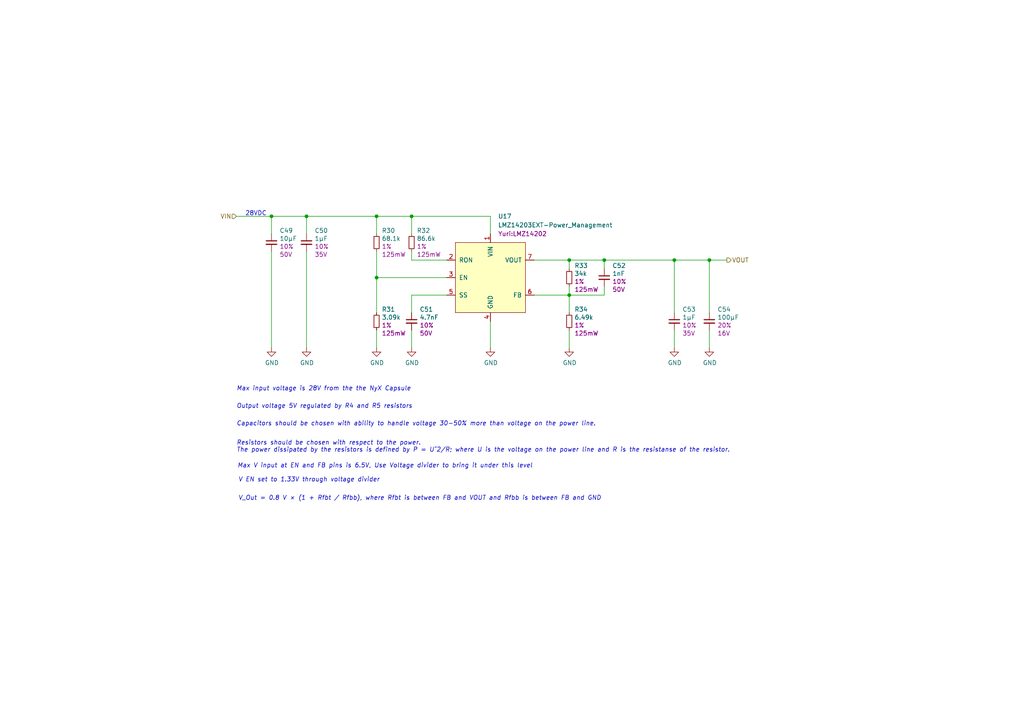
<source format=kicad_sch>
(kicad_sch (version 20230121) (generator eeschema)

  (uuid 03967a6c-caf4-4ca8-8e34-f0264a8ab70e)

  (paper "A4")

  (lib_symbols
    (symbol "Device:C_Small" (pin_numbers hide) (pin_names (offset 0.254) hide) (in_bom yes) (on_board yes)
      (property "Reference" "C" (at 0.254 1.778 0)
        (effects (font (size 1.27 1.27)) (justify left))
      )
      (property "Value" "C_Small" (at 0.254 -2.032 0)
        (effects (font (size 1.27 1.27)) (justify left))
      )
      (property "Footprint" "" (at 0 0 0)
        (effects (font (size 1.27 1.27)) hide)
      )
      (property "Datasheet" "~" (at 0 0 0)
        (effects (font (size 1.27 1.27)) hide)
      )
      (property "ki_keywords" "capacitor cap" (at 0 0 0)
        (effects (font (size 1.27 1.27)) hide)
      )
      (property "ki_description" "Unpolarized capacitor, small symbol" (at 0 0 0)
        (effects (font (size 1.27 1.27)) hide)
      )
      (property "ki_fp_filters" "C_*" (at 0 0 0)
        (effects (font (size 1.27 1.27)) hide)
      )
      (symbol "C_Small_0_1"
        (polyline
          (pts
            (xy -1.524 -0.508)
            (xy 1.524 -0.508)
          )
          (stroke (width 0.3302) (type default))
          (fill (type none))
        )
        (polyline
          (pts
            (xy -1.524 0.508)
            (xy 1.524 0.508)
          )
          (stroke (width 0.3048) (type default))
          (fill (type none))
        )
      )
      (symbol "C_Small_1_1"
        (pin passive line (at 0 2.54 270) (length 2.032)
          (name "~" (effects (font (size 1.27 1.27))))
          (number "1" (effects (font (size 1.27 1.27))))
        )
        (pin passive line (at 0 -2.54 90) (length 2.032)
          (name "~" (effects (font (size 1.27 1.27))))
          (number "2" (effects (font (size 1.27 1.27))))
        )
      )
    )
    (symbol "Device:R_Small" (pin_numbers hide) (pin_names (offset 0.254) hide) (in_bom yes) (on_board yes)
      (property "Reference" "R" (at 0.762 0.508 0)
        (effects (font (size 1.27 1.27)) (justify left))
      )
      (property "Value" "R_Small" (at 0.762 -1.016 0)
        (effects (font (size 1.27 1.27)) (justify left))
      )
      (property "Footprint" "" (at 0 0 0)
        (effects (font (size 1.27 1.27)) hide)
      )
      (property "Datasheet" "~" (at 0 0 0)
        (effects (font (size 1.27 1.27)) hide)
      )
      (property "ki_keywords" "R resistor" (at 0 0 0)
        (effects (font (size 1.27 1.27)) hide)
      )
      (property "ki_description" "Resistor, small symbol" (at 0 0 0)
        (effects (font (size 1.27 1.27)) hide)
      )
      (property "ki_fp_filters" "R_*" (at 0 0 0)
        (effects (font (size 1.27 1.27)) hide)
      )
      (symbol "R_Small_0_1"
        (rectangle (start -0.762 1.778) (end 0.762 -1.778)
          (stroke (width 0.2032) (type default))
          (fill (type none))
        )
      )
      (symbol "R_Small_1_1"
        (pin passive line (at 0 2.54 270) (length 0.762)
          (name "~" (effects (font (size 1.27 1.27))))
          (number "1" (effects (font (size 1.27 1.27))))
        )
        (pin passive line (at 0 -2.54 90) (length 0.762)
          (name "~" (effects (font (size 1.27 1.27))))
          (number "2" (effects (font (size 1.27 1.27))))
        )
      )
    )
    (symbol "Yuri:LMZ14203EXT-Power_Management" (pin_names (offset 1.016)) (in_bom yes) (on_board yes)
      (property "Reference" "U" (at 2.54 -12.7 0)
        (effects (font (size 1.27 1.27)) (justify left))
      )
      (property "Value" "LMZ14203EXT-Power_Management" (at 2.54 -15.24 0)
        (effects (font (size 1.27 1.27)) (justify left))
      )
      (property "Footprint" "Package_TO_SOT_SMD:Texas_TO-PMOD-7-1EP_10.16x9.85mm_P1.27mm_EP5.35x8.54mm_ThermalVias" (at 2.54 -17.78 0)
        (effects (font (size 1.27 1.27)) (justify left))
      )
      (property "Datasheet" "" (at -1.27 -13.97 0)
        (effects (font (size 1.27 1.27)) hide)
      )
      (symbol "LMZ14203EXT-Power_Management_0_1"
        (rectangle (start -10.16 10.16) (end 10.16 -10.16)
          (stroke (width 0) (type solid))
          (fill (type background))
        )
      )
      (symbol "LMZ14203EXT-Power_Management_1_1"
        (pin power_in line (at 0 12.7 270) (length 2.54)
          (name "VIN" (effects (font (size 1.27 1.27))))
          (number "1" (effects (font (size 1.27 1.27))))
        )
        (pin passive line (at -12.7 5.08 0) (length 2.54)
          (name "RON" (effects (font (size 1.27 1.27))))
          (number "2" (effects (font (size 1.27 1.27))))
        )
        (pin input line (at -12.7 0 0) (length 2.54)
          (name "EN" (effects (font (size 1.27 1.27))))
          (number "3" (effects (font (size 1.27 1.27))))
        )
        (pin power_out line (at 0 -12.7 90) (length 2.54)
          (name "GND" (effects (font (size 1.27 1.27))))
          (number "4" (effects (font (size 1.27 1.27))))
        )
        (pin passive line (at -12.7 -5.08 0) (length 2.54)
          (name "SS" (effects (font (size 1.27 1.27))))
          (number "5" (effects (font (size 1.27 1.27))))
        )
        (pin passive line (at 12.7 -5.08 180) (length 2.54)
          (name "FB" (effects (font (size 1.27 1.27))))
          (number "6" (effects (font (size 1.27 1.27))))
        )
        (pin power_out line (at 12.7 5.08 180) (length 2.54)
          (name "VOUT" (effects (font (size 1.27 1.27))))
          (number "7" (effects (font (size 1.27 1.27))))
        )
        (pin power_out line (at 0 -12.7 90) (length 2.54) hide
          (name "EP" (effects (font (size 1.27 1.27))))
          (number "8" (effects (font (size 1.27 1.27))))
        )
      )
    )
    (symbol "power:GND" (power) (pin_names (offset 0)) (in_bom yes) (on_board yes)
      (property "Reference" "#PWR" (at 0 -6.35 0)
        (effects (font (size 1.27 1.27)) hide)
      )
      (property "Value" "GND" (at 0 -3.81 0)
        (effects (font (size 1.27 1.27)))
      )
      (property "Footprint" "" (at 0 0 0)
        (effects (font (size 1.27 1.27)) hide)
      )
      (property "Datasheet" "" (at 0 0 0)
        (effects (font (size 1.27 1.27)) hide)
      )
      (property "ki_keywords" "global power" (at 0 0 0)
        (effects (font (size 1.27 1.27)) hide)
      )
      (property "ki_description" "Power symbol creates a global label with name \"GND\" , ground" (at 0 0 0)
        (effects (font (size 1.27 1.27)) hide)
      )
      (symbol "GND_0_1"
        (polyline
          (pts
            (xy 0 0)
            (xy 0 -1.27)
            (xy 1.27 -1.27)
            (xy 0 -2.54)
            (xy -1.27 -1.27)
            (xy 0 -1.27)
          )
          (stroke (width 0) (type default))
          (fill (type none))
        )
      )
      (symbol "GND_1_1"
        (pin power_in line (at 0 0 270) (length 0) hide
          (name "GND" (effects (font (size 1.27 1.27))))
          (number "1" (effects (font (size 1.27 1.27))))
        )
      )
    )
  )

  (junction (at 195.58 75.438) (diameter 0) (color 0 0 0 0)
    (uuid 04fbab9b-cbba-4f72-abfe-e05f884f5304)
  )
  (junction (at 205.74 75.438) (diameter 0) (color 0 0 0 0)
    (uuid 412880f4-607c-429a-aa7f-6b3a85a1618f)
  )
  (junction (at 119.38 62.738) (diameter 0) (color 0 0 0 0)
    (uuid 7dfb73f9-f60f-4bdf-8dff-12c8dfc86569)
  )
  (junction (at 109.22 62.738) (diameter 0) (color 0 0 0 0)
    (uuid 82d08f0f-c683-4d82-8795-d729d70d84ff)
  )
  (junction (at 78.74 62.738) (diameter 0) (color 0 0 0 0)
    (uuid 8351904d-a284-4b29-8f53-cb6ba03367f0)
  )
  (junction (at 109.22 80.518) (diameter 0) (color 0 0 0 0)
    (uuid 846c98d3-8c83-43f1-b077-a2c9d629174e)
  )
  (junction (at 165.1 85.598) (diameter 0) (color 0 0 0 0)
    (uuid 86f24eb6-0831-451d-ae33-5bfb9b2544cd)
  )
  (junction (at 175.26 75.438) (diameter 0) (color 0 0 0 0)
    (uuid 9013a7f6-22ef-4f8a-82ac-a2c986f60bd0)
  )
  (junction (at 165.1 75.438) (diameter 0) (color 0 0 0 0)
    (uuid af526116-39f2-46b5-8e5d-59dad46192b8)
  )
  (junction (at 88.9 62.738) (diameter 0) (color 0 0 0 0)
    (uuid e09ac18b-42ec-4989-b816-23e5275d5645)
  )

  (wire (pts (xy 195.58 100.838) (xy 195.58 95.758))
    (stroke (width 0) (type default))
    (uuid 0076cb73-2e3e-4cad-a306-54078ece203b)
  )
  (wire (pts (xy 88.9 67.818) (xy 88.9 62.738))
    (stroke (width 0) (type default))
    (uuid 125ab407-65ec-4f2d-a2cc-d720d2aa2db6)
  )
  (wire (pts (xy 129.54 80.518) (xy 109.22 80.518))
    (stroke (width 0) (type default))
    (uuid 1904bf2d-5813-48e9-a6fa-bee61a55db19)
  )
  (wire (pts (xy 165.1 83.058) (xy 165.1 85.598))
    (stroke (width 0) (type default))
    (uuid 299bccf0-e30e-45ca-8429-603238b139c2)
  )
  (wire (pts (xy 142.24 93.218) (xy 142.24 100.838))
    (stroke (width 0) (type default))
    (uuid 299d2a6a-c24e-484d-8ae3-7675b83c1abd)
  )
  (wire (pts (xy 78.74 62.738) (xy 88.9 62.738))
    (stroke (width 0) (type default))
    (uuid 2ea58d34-5fdf-4436-948c-0102ff8deb77)
  )
  (wire (pts (xy 109.22 80.518) (xy 109.22 72.898))
    (stroke (width 0) (type default))
    (uuid 34b9aeae-c08b-4d16-94d8-8186151aa687)
  )
  (wire (pts (xy 109.22 95.758) (xy 109.22 100.838))
    (stroke (width 0) (type default))
    (uuid 351837ba-3021-4cd8-a54f-689054cd7d3e)
  )
  (wire (pts (xy 175.26 75.438) (xy 195.58 75.438))
    (stroke (width 0) (type default))
    (uuid 42a5d127-1be8-40d3-bcc1-2ffdcd7c0504)
  )
  (wire (pts (xy 68.58 62.738) (xy 78.74 62.738))
    (stroke (width 0) (type default))
    (uuid 49183a5f-bac2-4a43-8a0f-21c0f6bcc305)
  )
  (wire (pts (xy 165.1 77.978) (xy 165.1 75.438))
    (stroke (width 0) (type default))
    (uuid 55d1bf4f-891b-4840-a0c2-6f0c7b8ee604)
  )
  (wire (pts (xy 119.38 67.818) (xy 119.38 62.738))
    (stroke (width 0) (type default))
    (uuid 55d320a6-f147-477f-b208-ca3ae5f8b7e0)
  )
  (wire (pts (xy 165.1 85.598) (xy 165.1 90.678))
    (stroke (width 0) (type default))
    (uuid 58bd1e70-ba76-4614-bea8-b4ef85f774ae)
  )
  (wire (pts (xy 78.74 67.818) (xy 78.74 62.738))
    (stroke (width 0) (type default))
    (uuid 59313b57-5bbf-4ebb-a364-b5618c9c0093)
  )
  (wire (pts (xy 119.38 62.738) (xy 142.24 62.738))
    (stroke (width 0) (type default))
    (uuid 631e1d27-eab1-4cf0-b39f-8ea1b6e8999a)
  )
  (wire (pts (xy 154.94 75.438) (xy 165.1 75.438))
    (stroke (width 0) (type default))
    (uuid 7b5be5a9-24ef-43b9-b7f9-892a5a6a3c2e)
  )
  (wire (pts (xy 205.74 100.838) (xy 205.74 95.758))
    (stroke (width 0) (type default))
    (uuid 802261d0-7389-4039-b6a8-7954cf0773b3)
  )
  (wire (pts (xy 119.38 75.438) (xy 129.54 75.438))
    (stroke (width 0) (type default))
    (uuid 83ffc42e-ebb0-484d-885a-b55c05fd2027)
  )
  (wire (pts (xy 195.58 90.678) (xy 195.58 75.438))
    (stroke (width 0) (type default))
    (uuid 8a58dd42-71d5-4255-b6f4-83c66ee003e3)
  )
  (wire (pts (xy 175.26 85.598) (xy 165.1 85.598))
    (stroke (width 0) (type default))
    (uuid 93ad2e0f-cf23-4842-bd40-5b891c8d40cc)
  )
  (wire (pts (xy 78.74 72.898) (xy 78.74 100.838))
    (stroke (width 0) (type default))
    (uuid 9cc5e0ac-448f-45be-b9fc-9356a10d8d44)
  )
  (wire (pts (xy 109.22 62.738) (xy 119.38 62.738))
    (stroke (width 0) (type default))
    (uuid a54321c8-892c-4d06-b7fe-492794867762)
  )
  (wire (pts (xy 165.1 75.438) (xy 175.26 75.438))
    (stroke (width 0) (type default))
    (uuid ac6c0918-8caf-47e9-8331-a476a5e13d12)
  )
  (wire (pts (xy 165.1 100.838) (xy 165.1 95.758))
    (stroke (width 0) (type default))
    (uuid ad92d434-5fe1-4bb6-b901-6441ed1932a9)
  )
  (wire (pts (xy 109.22 67.818) (xy 109.22 62.738))
    (stroke (width 0) (type default))
    (uuid b2c9320e-851f-4247-b694-a8a958839bf9)
  )
  (wire (pts (xy 210.82 75.438) (xy 205.74 75.438))
    (stroke (width 0) (type default))
    (uuid bc790f0c-7545-4b06-9011-653f53277f74)
  )
  (wire (pts (xy 88.9 72.898) (xy 88.9 100.838))
    (stroke (width 0) (type default))
    (uuid c72ca59e-0526-4450-82a0-9461a8c2ebeb)
  )
  (wire (pts (xy 142.24 62.738) (xy 142.24 67.818))
    (stroke (width 0) (type default))
    (uuid cfcf26b7-de68-4382-bb49-cf9527fe3a28)
  )
  (wire (pts (xy 195.58 75.438) (xy 205.74 75.438))
    (stroke (width 0) (type default))
    (uuid dbf0bae4-ab23-41f7-9bf4-6bfe9a76e1b5)
  )
  (wire (pts (xy 119.38 75.438) (xy 119.38 72.898))
    (stroke (width 0) (type default))
    (uuid de61e3e9-0dee-42e3-96c5-ea7be944c119)
  )
  (wire (pts (xy 88.9 62.738) (xy 109.22 62.738))
    (stroke (width 0) (type default))
    (uuid dfe0e90e-87bb-49b0-b135-b963261c1bda)
  )
  (wire (pts (xy 175.26 77.978) (xy 175.26 75.438))
    (stroke (width 0) (type default))
    (uuid e0cd413d-9acf-42c5-ae21-960faa0f65ad)
  )
  (wire (pts (xy 109.22 80.518) (xy 109.22 90.678))
    (stroke (width 0) (type default))
    (uuid e3846dca-9edd-4880-9c7e-fd104e869af9)
  )
  (wire (pts (xy 119.38 90.678) (xy 119.38 85.598))
    (stroke (width 0) (type default))
    (uuid e43c0f44-cdd9-41b2-82a0-647cc4700fb8)
  )
  (wire (pts (xy 165.1 85.598) (xy 154.94 85.598))
    (stroke (width 0) (type default))
    (uuid e532d4a9-5927-4149-9dbb-f2dc9ac4a75f)
  )
  (wire (pts (xy 175.26 83.058) (xy 175.26 85.598))
    (stroke (width 0) (type default))
    (uuid ec94ba87-7e98-4c82-b773-10771a82d93b)
  )
  (wire (pts (xy 119.38 100.838) (xy 119.38 95.758))
    (stroke (width 0) (type default))
    (uuid ed81907c-42c0-44fc-a32d-fb218da099a7)
  )
  (wire (pts (xy 205.74 90.678) (xy 205.74 75.438))
    (stroke (width 0) (type default))
    (uuid efe4980b-f8bc-4bef-adef-48909b2d5599)
  )
  (wire (pts (xy 119.38 85.598) (xy 129.54 85.598))
    (stroke (width 0) (type default))
    (uuid f7aad212-9787-4774-8db3-d4cb009e4efc)
  )

  (text "Resistors should be chosen with respect to the power. \nThe power dissipated by the resistors is defined by P = U^2/R; where U is the voltage on the power line and R is the resistanse of the resistor."
    (at 68.58 131.318 0)
    (effects (font (size 1.27 1.27) italic) (justify left bottom))
    (uuid 1a940af2-ac91-4862-8c4b-360487d16da0)
  )
  (text "28VDC" (at 71.12 62.738 0)
    (effects (font (size 1.27 1.27)) (justify left bottom))
    (uuid 51252fb0-892d-4309-b791-e5f3a791dbfd)
  )
  (text "Max input voltage is 28V from the the NyX Capsule" (at 68.58 113.538 0)
    (effects (font (size 1.27 1.27) italic) (justify left bottom))
    (uuid 5f0bf33e-e1fd-4ebd-95c5-9961233ae453)
  )
  (text "Capacitors should be chosen with ability to handle voltage 30-50% more than voltage on the power line.  "
    (at 68.58 123.698 0)
    (effects (font (size 1.27 1.27) italic) (justify left bottom))
    (uuid 73efc486-2f21-4cb4-901f-4c65ad604114)
  )
  (text "Max V input at EN and FB pins is 6.5V, Use Voltage divider to bring it under this level"
    (at 68.834 135.89 0)
    (effects (font (size 1.27 1.27) italic) (justify left bottom))
    (uuid 802361b5-b0b1-43c9-9c98-d0cd3de03daa)
  )
  (text "V_Out = 0.8 V × (1 + Rfbt / Rfbb), where Rfbt is between FB and VOUT and Rfbb is between FB and GND"
    (at 69.088 145.288 0)
    (effects (font (size 1.27 1.27) italic) (justify left bottom))
    (uuid 89ccf254-f071-4c0b-8051-975ba32aa2bb)
  )
  (text "V EN set to 1.33V through voltage divider" (at 69.088 139.954 0)
    (effects (font (size 1.27 1.27) italic) (justify left bottom))
    (uuid bb50c94e-53ae-4b10-a6cd-b8950af9cd67)
  )
  (text "Output voltage 5V regulated by R4 and R5 resistors "
    (at 68.58 118.618 0)
    (effects (font (size 1.27 1.27) italic) (justify left bottom))
    (uuid c50954d7-4346-4f26-980b-3d44ce5a14fb)
  )

  (hierarchical_label "VOUT" (shape output) (at 210.82 75.438 0) (fields_autoplaced)
    (effects (font (size 1.27 1.27)) (justify left))
    (uuid 165e9d1d-5ffe-47e0-b5a0-1fa756684fbc)
  )
  (hierarchical_label "VIN" (shape input) (at 68.58 62.738 180) (fields_autoplaced)
    (effects (font (size 1.27 1.27)) (justify right))
    (uuid 167bd19a-a012-48b0-8f85-75ad410b7ff9)
  )

  (symbol (lib_id "power:GND") (at 205.74 100.838 0) (unit 1)
    (in_bom yes) (on_board yes) (dnp no)
    (uuid 0eac6fb4-c76a-4637-9f02-8327e6116e7b)
    (property "Reference" "#PWR0128" (at 205.74 107.188 0)
      (effects (font (size 1.27 1.27)) hide)
    )
    (property "Value" "GND" (at 205.867 105.2322 0)
      (effects (font (size 1.27 1.27)))
    )
    (property "Footprint" "" (at 205.74 100.838 0)
      (effects (font (size 1.27 1.27)) hide)
    )
    (property "Datasheet" "" (at 205.74 100.838 0)
      (effects (font (size 1.27 1.27)) hide)
    )
    (pin "1" (uuid 00e8ce1a-92f6-48d3-a5a3-e768a324b40b))
    (instances
      (project "fluidics"
        (path "/5aff9a6f-f35d-45e7-96e9-9f7161704ccd/d778f045-91d2-4181-ba94-77413d8bbf03"
          (reference "#PWR0128") (unit 1)
        )
      )
      (project "PCDU"
        (path "/8c611a4c-c632-4f87-8341-b8d1ea15dcb0/4b86de71-b398-4ac1-be2a-a5832d16469d"
          (reference "#PWR020") (unit 1)
        )
        (path "/8c611a4c-c632-4f87-8341-b8d1ea15dcb0/a3688a04-42a3-4783-98a7-2b88e8994ebe"
          (reference "#PWR014") (unit 1)
        )
      )
      (project "t7_bckup"
        (path "/93c10f60-9b54-40f2-a8c0-8cf3f7b10c78/00000000-0000-0000-0000-00005ce4d388"
          (reference "#PWR013") (unit 1)
        )
        (path "/93c10f60-9b54-40f2-a8c0-8cf3f7b10c78/00000000-0000-0000-0000-00005ce51e84"
          (reference "#PWR?") (unit 1)
        )
      )
    )
  )

  (symbol (lib_id "power:GND") (at 119.38 100.838 0) (unit 1)
    (in_bom yes) (on_board yes) (dnp no)
    (uuid 177047aa-1f81-4882-bda0-eea1f5cf05fc)
    (property "Reference" "#PWR0124" (at 119.38 107.188 0)
      (effects (font (size 1.27 1.27)) hide)
    )
    (property "Value" "GND" (at 119.507 105.2322 0)
      (effects (font (size 1.27 1.27)))
    )
    (property "Footprint" "" (at 119.38 100.838 0)
      (effects (font (size 1.27 1.27)) hide)
    )
    (property "Datasheet" "" (at 119.38 100.838 0)
      (effects (font (size 1.27 1.27)) hide)
    )
    (pin "1" (uuid 6b1520ae-cad1-4387-97c5-c2bcf64233c7))
    (instances
      (project "fluidics"
        (path "/5aff9a6f-f35d-45e7-96e9-9f7161704ccd/d778f045-91d2-4181-ba94-77413d8bbf03"
          (reference "#PWR0124") (unit 1)
        )
      )
      (project "PCDU"
        (path "/8c611a4c-c632-4f87-8341-b8d1ea15dcb0/4b86de71-b398-4ac1-be2a-a5832d16469d"
          (reference "#PWR016") (unit 1)
        )
        (path "/8c611a4c-c632-4f87-8341-b8d1ea15dcb0/a3688a04-42a3-4783-98a7-2b88e8994ebe"
          (reference "#PWR010") (unit 1)
        )
      )
      (project "t7_bckup"
        (path "/93c10f60-9b54-40f2-a8c0-8cf3f7b10c78/00000000-0000-0000-0000-00005ce4d388"
          (reference "#PWR09") (unit 1)
        )
        (path "/93c10f60-9b54-40f2-a8c0-8cf3f7b10c78/00000000-0000-0000-0000-00005ce51e84"
          (reference "#PWR?") (unit 1)
        )
      )
    )
  )

  (symbol (lib_id "power:GND") (at 78.74 100.838 0) (unit 1)
    (in_bom yes) (on_board yes) (dnp no)
    (uuid 1e4f19af-6a7f-4c9a-8ffa-ec9f057408b5)
    (property "Reference" "#PWR0121" (at 78.74 107.188 0)
      (effects (font (size 1.27 1.27)) hide)
    )
    (property "Value" "GND" (at 78.867 105.2322 0)
      (effects (font (size 1.27 1.27)))
    )
    (property "Footprint" "" (at 78.74 100.838 0)
      (effects (font (size 1.27 1.27)) hide)
    )
    (property "Datasheet" "" (at 78.74 100.838 0)
      (effects (font (size 1.27 1.27)) hide)
    )
    (pin "1" (uuid 78466453-5940-4eb3-a94c-9bb098d3d266))
    (instances
      (project "fluidics"
        (path "/5aff9a6f-f35d-45e7-96e9-9f7161704ccd/d778f045-91d2-4181-ba94-77413d8bbf03"
          (reference "#PWR0121") (unit 1)
        )
      )
      (project "PCDU"
        (path "/8c611a4c-c632-4f87-8341-b8d1ea15dcb0/4b86de71-b398-4ac1-be2a-a5832d16469d"
          (reference "#PWR013") (unit 1)
        )
        (path "/8c611a4c-c632-4f87-8341-b8d1ea15dcb0/a3688a04-42a3-4783-98a7-2b88e8994ebe"
          (reference "#PWR07") (unit 1)
        )
      )
      (project "t7_bckup"
        (path "/93c10f60-9b54-40f2-a8c0-8cf3f7b10c78/00000000-0000-0000-0000-00005ce4d388"
          (reference "#PWR06") (unit 1)
        )
        (path "/93c10f60-9b54-40f2-a8c0-8cf3f7b10c78/00000000-0000-0000-0000-00005ce51e84"
          (reference "#PWR?") (unit 1)
        )
      )
    )
  )

  (symbol (lib_id "Device:C_Small") (at 195.58 93.218 0) (unit 1)
    (in_bom yes) (on_board yes) (dnp no)
    (uuid 53514c51-951b-46bb-8665-ea19fdceffb5)
    (property "Reference" "C53" (at 197.9168 89.7382 0)
      (effects (font (size 1.27 1.27)) (justify left))
    )
    (property "Value" "1µF" (at 197.9168 92.0496 0)
      (effects (font (size 1.27 1.27)) (justify left))
    )
    (property "Footprint" "Capacitor_SMD:C_0603_1608Metric" (at 195.58 93.218 0)
      (effects (font (size 1.27 1.27)) hide)
    )
    (property "Datasheet" "~" (at 195.58 93.218 0)
      (effects (font (size 1.27 1.27)) hide)
    )
    (property "tolerance" "10%" (at 197.9168 94.361 0)
      (effects (font (size 1.27 1.27)) (justify left))
    )
    (property "Voltage" "35V" (at 197.9168 96.6724 0)
      (effects (font (size 1.27 1.27)) (justify left))
    )
    (property "Supplier" "Mouser" (at 2.54 184.658 0)
      (effects (font (size 1.27 1.27)) hide)
    )
    (property "Supplier part number" "810-C1608X7R1V105KAE " (at 2.54 184.658 0)
      (effects (font (size 1.27 1.27)) hide)
    )
    (property "Tolerance" "10%" (at 2.54 184.658 0)
      (effects (font (size 1.27 1.27)) hide)
    )
    (pin "1" (uuid 4f427751-7c40-463c-b091-cc238c93f334))
    (pin "2" (uuid 58bbb2f7-62e4-4260-8f8f-1a9a497077f2))
    (instances
      (project "fluidics"
        (path "/5aff9a6f-f35d-45e7-96e9-9f7161704ccd/d778f045-91d2-4181-ba94-77413d8bbf03"
          (reference "C53") (unit 1)
        )
      )
      (project "PCDU"
        (path "/8c611a4c-c632-4f87-8341-b8d1ea15dcb0/4b86de71-b398-4ac1-be2a-a5832d16469d"
          (reference "C11") (unit 1)
        )
        (path "/8c611a4c-c632-4f87-8341-b8d1ea15dcb0/a3688a04-42a3-4783-98a7-2b88e8994ebe"
          (reference "C5") (unit 1)
        )
      )
      (project "t7_bckup"
        (path "/93c10f60-9b54-40f2-a8c0-8cf3f7b10c78/00000000-0000-0000-0000-00005ce4d388"
          (reference "C5") (unit 1)
        )
        (path "/93c10f60-9b54-40f2-a8c0-8cf3f7b10c78/00000000-0000-0000-0000-00005ce51e84"
          (reference "C?") (unit 1)
        )
      )
    )
  )

  (symbol (lib_id "Device:R_Small") (at 109.22 70.358 180) (unit 1)
    (in_bom yes) (on_board yes) (dnp no)
    (uuid 82138ec2-5f2f-491e-89cd-f631041a6595)
    (property "Reference" "R30" (at 110.7186 66.8782 0)
      (effects (font (size 1.27 1.27)) (justify right))
    )
    (property "Value" "68.1k" (at 110.7186 69.1896 0)
      (effects (font (size 1.27 1.27)) (justify right))
    )
    (property "Footprint" "Resistor_SMD:R_0603_1608Metric" (at 109.22 70.358 0)
      (effects (font (size 1.27 1.27)) hide)
    )
    (property "Datasheet" "~" (at 109.22 70.358 0)
      (effects (font (size 1.27 1.27)) hide)
    )
    (property "tolerance" "1%" (at 110.7186 71.501 0)
      (effects (font (size 1.27 1.27)) (justify right))
    )
    (property "power" "125mW" (at 110.7186 73.8124 0)
      (effects (font (size 1.27 1.27)) (justify right))
    )
    (property "Supplier" "Mouse" (at 215.9 1.778 0)
      (effects (font (size 1.27 1.27)) hide)
    )
    (property "Supplier part number" "603-RT0603FRE0768K1L" (at 215.9 1.778 0)
      (effects (font (size 1.27 1.27)) hide)
    )
    (pin "1" (uuid 9ce60a7f-e9cb-4250-9347-6d96f9d65b2b))
    (pin "2" (uuid 264ace3c-cc27-4a28-9863-d15df3bbd024))
    (instances
      (project "fluidics"
        (path "/5aff9a6f-f35d-45e7-96e9-9f7161704ccd/d778f045-91d2-4181-ba94-77413d8bbf03"
          (reference "R30") (unit 1)
        )
      )
      (project "PCDU"
        (path "/8c611a4c-c632-4f87-8341-b8d1ea15dcb0/4b86de71-b398-4ac1-be2a-a5832d16469d"
          (reference "R6") (unit 1)
        )
        (path "/8c611a4c-c632-4f87-8341-b8d1ea15dcb0/a3688a04-42a3-4783-98a7-2b88e8994ebe"
          (reference "R1") (unit 1)
        )
      )
      (project "t7_bckup"
        (path "/93c10f60-9b54-40f2-a8c0-8cf3f7b10c78/00000000-0000-0000-0000-00005ce4d388"
          (reference "R1") (unit 1)
        )
        (path "/93c10f60-9b54-40f2-a8c0-8cf3f7b10c78/00000000-0000-0000-0000-00005ce51e84"
          (reference "R?") (unit 1)
        )
      )
    )
  )

  (symbol (lib_id "Device:C_Small") (at 175.26 80.518 0) (unit 1)
    (in_bom yes) (on_board yes) (dnp no)
    (uuid 82d54fdc-41c6-4756-a20d-08686dd550f3)
    (property "Reference" "C52" (at 177.5968 77.0382 0)
      (effects (font (size 1.27 1.27)) (justify left))
    )
    (property "Value" "1nF" (at 177.5968 79.3496 0)
      (effects (font (size 1.27 1.27)) (justify left))
    )
    (property "Footprint" "Capacitor_SMD:C_0603_1608Metric" (at 175.26 80.518 0)
      (effects (font (size 1.27 1.27)) hide)
    )
    (property "Datasheet" "~" (at 175.26 80.518 0)
      (effects (font (size 1.27 1.27)) hide)
    )
    (property "tolerance" "10%" (at 177.5968 81.661 0)
      (effects (font (size 1.27 1.27)) (justify left))
    )
    (property "Voltage" "50V" (at 177.5968 83.9724 0)
      (effects (font (size 1.27 1.27)) (justify left))
    )
    (property "Supplier" "Mouser" (at 2.54 159.258 0)
      (effects (font (size 1.27 1.27)) hide)
    )
    (property "Supplier part number" "80-C0603S223J5RAUTO " (at 2.54 159.258 0)
      (effects (font (size 1.27 1.27)) hide)
    )
    (pin "1" (uuid 8b20d4e7-6e25-4973-87d7-7c76de4fb0e6))
    (pin "2" (uuid 2b4fb6c4-8823-4c7d-ad38-6da1b56247ab))
    (instances
      (project "fluidics"
        (path "/5aff9a6f-f35d-45e7-96e9-9f7161704ccd/d778f045-91d2-4181-ba94-77413d8bbf03"
          (reference "C52") (unit 1)
        )
      )
      (project "PCDU"
        (path "/8c611a4c-c632-4f87-8341-b8d1ea15dcb0/4b86de71-b398-4ac1-be2a-a5832d16469d"
          (reference "C10") (unit 1)
        )
        (path "/8c611a4c-c632-4f87-8341-b8d1ea15dcb0/a3688a04-42a3-4783-98a7-2b88e8994ebe"
          (reference "C4") (unit 1)
        )
      )
      (project "t7_bckup"
        (path "/93c10f60-9b54-40f2-a8c0-8cf3f7b10c78/00000000-0000-0000-0000-00005ce4d388"
          (reference "C4") (unit 1)
        )
        (path "/93c10f60-9b54-40f2-a8c0-8cf3f7b10c78/00000000-0000-0000-0000-00005ce51e84"
          (reference "C?") (unit 1)
        )
      )
    )
  )

  (symbol (lib_id "power:GND") (at 195.58 100.838 0) (unit 1)
    (in_bom yes) (on_board yes) (dnp no)
    (uuid 8a30705c-2be5-404b-a89f-3723ff89e3e1)
    (property "Reference" "#PWR0127" (at 195.58 107.188 0)
      (effects (font (size 1.27 1.27)) hide)
    )
    (property "Value" "GND" (at 195.707 105.2322 0)
      (effects (font (size 1.27 1.27)))
    )
    (property "Footprint" "" (at 195.58 100.838 0)
      (effects (font (size 1.27 1.27)) hide)
    )
    (property "Datasheet" "" (at 195.58 100.838 0)
      (effects (font (size 1.27 1.27)) hide)
    )
    (pin "1" (uuid 3e065798-a6bd-4115-a324-a10abee03e1f))
    (instances
      (project "fluidics"
        (path "/5aff9a6f-f35d-45e7-96e9-9f7161704ccd/d778f045-91d2-4181-ba94-77413d8bbf03"
          (reference "#PWR0127") (unit 1)
        )
      )
      (project "PCDU"
        (path "/8c611a4c-c632-4f87-8341-b8d1ea15dcb0/4b86de71-b398-4ac1-be2a-a5832d16469d"
          (reference "#PWR019") (unit 1)
        )
        (path "/8c611a4c-c632-4f87-8341-b8d1ea15dcb0/a3688a04-42a3-4783-98a7-2b88e8994ebe"
          (reference "#PWR013") (unit 1)
        )
      )
      (project "t7_bckup"
        (path "/93c10f60-9b54-40f2-a8c0-8cf3f7b10c78/00000000-0000-0000-0000-00005ce4d388"
          (reference "#PWR012") (unit 1)
        )
        (path "/93c10f60-9b54-40f2-a8c0-8cf3f7b10c78/00000000-0000-0000-0000-00005ce51e84"
          (reference "#PWR?") (unit 1)
        )
      )
    )
  )

  (symbol (lib_id "power:GND") (at 165.1 100.838 0) (unit 1)
    (in_bom yes) (on_board yes) (dnp no)
    (uuid 8d0b877b-48f7-4c7f-9394-3747dde5aed5)
    (property "Reference" "#PWR0126" (at 165.1 107.188 0)
      (effects (font (size 1.27 1.27)) hide)
    )
    (property "Value" "GND" (at 165.227 105.2322 0)
      (effects (font (size 1.27 1.27)))
    )
    (property "Footprint" "" (at 165.1 100.838 0)
      (effects (font (size 1.27 1.27)) hide)
    )
    (property "Datasheet" "" (at 165.1 100.838 0)
      (effects (font (size 1.27 1.27)) hide)
    )
    (pin "1" (uuid 8e1e9d54-f005-44d1-8469-c96aa84bbc73))
    (instances
      (project "fluidics"
        (path "/5aff9a6f-f35d-45e7-96e9-9f7161704ccd/d778f045-91d2-4181-ba94-77413d8bbf03"
          (reference "#PWR0126") (unit 1)
        )
      )
      (project "PCDU"
        (path "/8c611a4c-c632-4f87-8341-b8d1ea15dcb0/4b86de71-b398-4ac1-be2a-a5832d16469d"
          (reference "#PWR018") (unit 1)
        )
        (path "/8c611a4c-c632-4f87-8341-b8d1ea15dcb0/a3688a04-42a3-4783-98a7-2b88e8994ebe"
          (reference "#PWR012") (unit 1)
        )
      )
      (project "t7_bckup"
        (path "/93c10f60-9b54-40f2-a8c0-8cf3f7b10c78/00000000-0000-0000-0000-00005ce4d388"
          (reference "#PWR011") (unit 1)
        )
        (path "/93c10f60-9b54-40f2-a8c0-8cf3f7b10c78/00000000-0000-0000-0000-00005ce51e84"
          (reference "#PWR?") (unit 1)
        )
      )
    )
  )

  (symbol (lib_id "power:GND") (at 88.9 100.838 0) (unit 1)
    (in_bom yes) (on_board yes) (dnp no)
    (uuid 91e8778a-2017-4add-aedb-1cb9fecced40)
    (property "Reference" "#PWR0122" (at 88.9 107.188 0)
      (effects (font (size 1.27 1.27)) hide)
    )
    (property "Value" "GND" (at 89.027 105.2322 0)
      (effects (font (size 1.27 1.27)))
    )
    (property "Footprint" "" (at 88.9 100.838 0)
      (effects (font (size 1.27 1.27)) hide)
    )
    (property "Datasheet" "" (at 88.9 100.838 0)
      (effects (font (size 1.27 1.27)) hide)
    )
    (pin "1" (uuid bd5a7353-a244-44d3-9015-2cb99464a843))
    (instances
      (project "fluidics"
        (path "/5aff9a6f-f35d-45e7-96e9-9f7161704ccd/d778f045-91d2-4181-ba94-77413d8bbf03"
          (reference "#PWR0122") (unit 1)
        )
      )
      (project "PCDU"
        (path "/8c611a4c-c632-4f87-8341-b8d1ea15dcb0/4b86de71-b398-4ac1-be2a-a5832d16469d"
          (reference "#PWR014") (unit 1)
        )
        (path "/8c611a4c-c632-4f87-8341-b8d1ea15dcb0/a3688a04-42a3-4783-98a7-2b88e8994ebe"
          (reference "#PWR08") (unit 1)
        )
      )
      (project "t7_bckup"
        (path "/93c10f60-9b54-40f2-a8c0-8cf3f7b10c78/00000000-0000-0000-0000-00005ce4d388"
          (reference "#PWR07") (unit 1)
        )
        (path "/93c10f60-9b54-40f2-a8c0-8cf3f7b10c78/00000000-0000-0000-0000-00005ce51e84"
          (reference "#PWR?") (unit 1)
        )
      )
    )
  )

  (symbol (lib_id "Device:R_Small") (at 165.1 80.518 0) (unit 1)
    (in_bom yes) (on_board yes) (dnp no)
    (uuid a4bc4bda-419c-4f0c-b8d2-7ec4502e5c8d)
    (property "Reference" "R33" (at 166.5986 77.0382 0)
      (effects (font (size 1.27 1.27)) (justify left))
    )
    (property "Value" "34k" (at 166.5986 79.3496 0)
      (effects (font (size 1.27 1.27)) (justify left))
    )
    (property "Footprint" "Resistor_SMD:R_0603_1608Metric" (at 165.1 80.518 0)
      (effects (font (size 1.27 1.27)) hide)
    )
    (property "Datasheet" "~" (at 165.1 80.518 0)
      (effects (font (size 1.27 1.27)) hide)
    )
    (property "tolerance" "1%" (at 166.5986 81.661 0)
      (effects (font (size 1.27 1.27)) (justify left))
    )
    (property "power" "125mW" (at 166.5986 83.9724 0)
      (effects (font (size 1.27 1.27)) (justify left))
    )
    (property "Supplier" "Mouse" (at 2.54 159.258 0)
      (effects (font (size 1.27 1.27)) hide)
    )
    (property "Supplier part number" "603-RT0603FRE075K23L" (at 2.54 159.258 0)
      (effects (font (size 1.27 1.27)) hide)
    )
    (pin "1" (uuid 252901e1-2459-40b7-b409-4ab1f615311c))
    (pin "2" (uuid f5c11fb8-fe7a-4faa-8b82-2f399f4bb0a3))
    (instances
      (project "fluidics"
        (path "/5aff9a6f-f35d-45e7-96e9-9f7161704ccd/d778f045-91d2-4181-ba94-77413d8bbf03"
          (reference "R33") (unit 1)
        )
      )
      (project "PCDU"
        (path "/8c611a4c-c632-4f87-8341-b8d1ea15dcb0/4b86de71-b398-4ac1-be2a-a5832d16469d"
          (reference "R9") (unit 1)
        )
        (path "/8c611a4c-c632-4f87-8341-b8d1ea15dcb0/a3688a04-42a3-4783-98a7-2b88e8994ebe"
          (reference "R4") (unit 1)
        )
      )
      (project "t7_bckup"
        (path "/93c10f60-9b54-40f2-a8c0-8cf3f7b10c78/00000000-0000-0000-0000-00005ce4d388"
          (reference "R4") (unit 1)
        )
        (path "/93c10f60-9b54-40f2-a8c0-8cf3f7b10c78/00000000-0000-0000-0000-00005ce51e84"
          (reference "R?") (unit 1)
        )
      )
    )
  )

  (symbol (lib_id "Device:R_Small") (at 119.38 70.358 0) (unit 1)
    (in_bom yes) (on_board yes) (dnp no)
    (uuid a4ca28e1-5750-4824-ad78-e376636eb144)
    (property "Reference" "R32" (at 120.8786 66.8782 0)
      (effects (font (size 1.27 1.27)) (justify left))
    )
    (property "Value" "86.6k" (at 120.8786 69.1896 0)
      (effects (font (size 1.27 1.27)) (justify left))
    )
    (property "Footprint" "Resistor_SMD:R_0603_1608Metric" (at 119.38 70.358 0)
      (effects (font (size 1.27 1.27)) hide)
    )
    (property "Datasheet" "~" (at 119.38 70.358 0)
      (effects (font (size 1.27 1.27)) hide)
    )
    (property "tolerance" "1%" (at 120.8786 71.501 0)
      (effects (font (size 1.27 1.27)) (justify left))
    )
    (property "power" "125mW" (at 120.8786 73.8124 0)
      (effects (font (size 1.27 1.27)) (justify left))
    )
    (property "Supplier" "Mouse" (at 2.54 138.938 0)
      (effects (font (size 1.27 1.27)) hide)
    )
    (property "Supplier part number" "603-AC0603FR-07127KL" (at 2.54 138.938 0)
      (effects (font (size 1.27 1.27)) hide)
    )
    (pin "1" (uuid 02e28837-965e-4992-a515-dd2853a3c5ac))
    (pin "2" (uuid 66f88ffe-b1d1-490a-83ee-2e14faea20ac))
    (instances
      (project "fluidics"
        (path "/5aff9a6f-f35d-45e7-96e9-9f7161704ccd/d778f045-91d2-4181-ba94-77413d8bbf03"
          (reference "R32") (unit 1)
        )
      )
      (project "PCDU"
        (path "/8c611a4c-c632-4f87-8341-b8d1ea15dcb0/4b86de71-b398-4ac1-be2a-a5832d16469d"
          (reference "R8") (unit 1)
        )
        (path "/8c611a4c-c632-4f87-8341-b8d1ea15dcb0/a3688a04-42a3-4783-98a7-2b88e8994ebe"
          (reference "R3") (unit 1)
        )
      )
      (project "t7_bckup"
        (path "/93c10f60-9b54-40f2-a8c0-8cf3f7b10c78/00000000-0000-0000-0000-00005ce4d388"
          (reference "R3") (unit 1)
        )
        (path "/93c10f60-9b54-40f2-a8c0-8cf3f7b10c78/00000000-0000-0000-0000-00005ce51e84"
          (reference "R?") (unit 1)
        )
      )
    )
  )

  (symbol (lib_id "power:GND") (at 109.22 100.838 0) (unit 1)
    (in_bom yes) (on_board yes) (dnp no)
    (uuid acd142c4-8e30-4ff9-935a-d00a4978a2ba)
    (property "Reference" "#PWR0123" (at 109.22 107.188 0)
      (effects (font (size 1.27 1.27)) hide)
    )
    (property "Value" "GND" (at 109.347 105.2322 0)
      (effects (font (size 1.27 1.27)))
    )
    (property "Footprint" "" (at 109.22 100.838 0)
      (effects (font (size 1.27 1.27)) hide)
    )
    (property "Datasheet" "" (at 109.22 100.838 0)
      (effects (font (size 1.27 1.27)) hide)
    )
    (pin "1" (uuid 2d473816-34f9-4a69-86ea-76e380b31d4a))
    (instances
      (project "fluidics"
        (path "/5aff9a6f-f35d-45e7-96e9-9f7161704ccd/d778f045-91d2-4181-ba94-77413d8bbf03"
          (reference "#PWR0123") (unit 1)
        )
      )
      (project "PCDU"
        (path "/8c611a4c-c632-4f87-8341-b8d1ea15dcb0/4b86de71-b398-4ac1-be2a-a5832d16469d"
          (reference "#PWR015") (unit 1)
        )
        (path "/8c611a4c-c632-4f87-8341-b8d1ea15dcb0/a3688a04-42a3-4783-98a7-2b88e8994ebe"
          (reference "#PWR09") (unit 1)
        )
      )
      (project "t7_bckup"
        (path "/93c10f60-9b54-40f2-a8c0-8cf3f7b10c78/00000000-0000-0000-0000-00005ce4d388"
          (reference "#PWR08") (unit 1)
        )
        (path "/93c10f60-9b54-40f2-a8c0-8cf3f7b10c78/00000000-0000-0000-0000-00005ce51e84"
          (reference "#PWR?") (unit 1)
        )
      )
    )
  )

  (symbol (lib_id "Device:C_Small") (at 119.38 93.218 0) (unit 1)
    (in_bom yes) (on_board yes) (dnp no)
    (uuid aceab99d-6d0a-4b3b-a4f4-720b0eede168)
    (property "Reference" "C51" (at 121.7168 89.7382 0)
      (effects (font (size 1.27 1.27)) (justify left))
    )
    (property "Value" "4.7nF" (at 121.7168 92.0496 0)
      (effects (font (size 1.27 1.27)) (justify left))
    )
    (property "Footprint" "Capacitor_SMD:C_0603_1608Metric" (at 119.38 93.218 0)
      (effects (font (size 1.27 1.27)) hide)
    )
    (property "Datasheet" "~" (at 119.38 93.218 0)
      (effects (font (size 1.27 1.27)) hide)
    )
    (property "tolerance" "10%" (at 121.7168 94.361 0)
      (effects (font (size 1.27 1.27)) (justify left))
    )
    (property "Voltage" "50V" (at 121.7168 96.6724 0)
      (effects (font (size 1.27 1.27)) (justify left))
    )
    (property "Supplier" "Mouser" (at 2.54 184.658 0)
      (effects (font (size 1.27 1.27)) hide)
    )
    (property "Supplier part number" "80-C0603S223J5RAUTO " (at 2.54 184.658 0)
      (effects (font (size 1.27 1.27)) hide)
    )
    (pin "1" (uuid cfce05cb-68e6-437a-9af0-ac8b51af2c77))
    (pin "2" (uuid 8cc6846a-dc3b-49f4-9c22-81884cb13081))
    (instances
      (project "fluidics"
        (path "/5aff9a6f-f35d-45e7-96e9-9f7161704ccd/d778f045-91d2-4181-ba94-77413d8bbf03"
          (reference "C51") (unit 1)
        )
      )
      (project "PCDU"
        (path "/8c611a4c-c632-4f87-8341-b8d1ea15dcb0/4b86de71-b398-4ac1-be2a-a5832d16469d"
          (reference "C9") (unit 1)
        )
        (path "/8c611a4c-c632-4f87-8341-b8d1ea15dcb0/a3688a04-42a3-4783-98a7-2b88e8994ebe"
          (reference "C3") (unit 1)
        )
      )
      (project "t7_bckup"
        (path "/93c10f60-9b54-40f2-a8c0-8cf3f7b10c78/00000000-0000-0000-0000-00005ce4d388"
          (reference "C3") (unit 1)
        )
        (path "/93c10f60-9b54-40f2-a8c0-8cf3f7b10c78/00000000-0000-0000-0000-00005ce51e84"
          (reference "C?") (unit 1)
        )
      )
    )
  )

  (symbol (lib_id "Yuri:LMZ14203EXT-Power_Management") (at 142.24 80.518 0) (unit 1)
    (in_bom yes) (on_board yes) (dnp no) (fields_autoplaced)
    (uuid aeaaac26-bc7d-4bc1-9d79-2ef8878c1f76)
    (property "Reference" "U17" (at 144.4341 62.738 0)
      (effects (font (size 1.27 1.27)) (justify left))
    )
    (property "Value" "LMZ14203EXT-Power_Management" (at 144.4341 65.278 0)
      (effects (font (size 1.27 1.27)) (justify left))
    )
    (property "Footprint" "Yuri:LMZ14202" (at 144.4341 67.818 0)
      (effects (font (size 1.27 1.27)) (justify left))
    )
    (property "Datasheet" "" (at 140.97 94.488 0)
      (effects (font (size 1.27 1.27)) hide)
    )
    (pin "1" (uuid a5e03739-99e8-4246-afb3-63617d9c5624))
    (pin "2" (uuid 9cdca9d4-430a-4f02-84a0-2f69b16fa880))
    (pin "3" (uuid 15eca4a2-f891-49fd-a1ac-26b84c0cfc0e))
    (pin "4" (uuid fb56c9b8-4ca1-47bc-8061-d4b48a284326))
    (pin "5" (uuid 0da2143d-d02e-4fcf-9e2e-e79d9cf3f85e))
    (pin "6" (uuid 8441707c-a10f-4b2c-825a-b72276f04623))
    (pin "7" (uuid 0b9c6d5c-16f3-4a88-8ce9-a1dd359af21a))
    (pin "8" (uuid 0a9317dc-f827-4d1e-8677-2a1766d70a6d))
    (instances
      (project "fluidics"
        (path "/5aff9a6f-f35d-45e7-96e9-9f7161704ccd/d778f045-91d2-4181-ba94-77413d8bbf03"
          (reference "U17") (unit 1)
        )
      )
      (project "PCDU"
        (path "/8c611a4c-c632-4f87-8341-b8d1ea15dcb0/4b86de71-b398-4ac1-be2a-a5832d16469d"
          (reference "U2") (unit 1)
        )
        (path "/8c611a4c-c632-4f87-8341-b8d1ea15dcb0/a3688a04-42a3-4783-98a7-2b88e8994ebe"
          (reference "U1") (unit 1)
        )
      )
    )
  )

  (symbol (lib_id "Device:C_Small") (at 205.74 93.218 0) (unit 1)
    (in_bom yes) (on_board yes) (dnp no)
    (uuid b57958ad-0f34-4473-ab90-a9616c075a0d)
    (property "Reference" "C54" (at 208.0768 89.7382 0)
      (effects (font (size 1.27 1.27)) (justify left))
    )
    (property "Value" "100µF" (at 208.0768 92.0496 0)
      (effects (font (size 1.27 1.27)) (justify left))
    )
    (property "Footprint" "Capacitor_SMD:C_1210_3225Metric_Pad1.33x2.70mm_HandSolder" (at 205.74 93.218 0)
      (effects (font (size 1.27 1.27)) hide)
    )
    (property "Datasheet" "~" (at 205.74 93.218 0)
      (effects (font (size 1.27 1.27)) hide)
    )
    (property "tolerance" "20%" (at 208.0768 94.361 0)
      (effects (font (size 1.27 1.27)) (justify left))
    )
    (property "Voltage" "16V" (at 208.0768 96.6724 0)
      (effects (font (size 1.27 1.27)) (justify left))
    )
    (property "Supplier" "Mouser" (at 2.54 184.658 0)
      (effects (font (size 1.27 1.27)) hide)
    )
    (property "Supplier part number" "81-GRT32ER60J107ME3L" (at 2.54 184.658 0)
      (effects (font (size 1.27 1.27)) hide)
    )
    (pin "1" (uuid 1c12a1b2-9aa4-4ef3-b67e-6976b088bb5e))
    (pin "2" (uuid c7edb0a9-a3a1-4e1c-87cf-9a8383989076))
    (instances
      (project "fluidics"
        (path "/5aff9a6f-f35d-45e7-96e9-9f7161704ccd/d778f045-91d2-4181-ba94-77413d8bbf03"
          (reference "C54") (unit 1)
        )
      )
      (project "PCDU"
        (path "/8c611a4c-c632-4f87-8341-b8d1ea15dcb0/4b86de71-b398-4ac1-be2a-a5832d16469d"
          (reference "C12") (unit 1)
        )
        (path "/8c611a4c-c632-4f87-8341-b8d1ea15dcb0/a3688a04-42a3-4783-98a7-2b88e8994ebe"
          (reference "C6") (unit 1)
        )
      )
      (project "t7_bckup"
        (path "/93c10f60-9b54-40f2-a8c0-8cf3f7b10c78/00000000-0000-0000-0000-00005ce4d388"
          (reference "C6") (unit 1)
        )
        (path "/93c10f60-9b54-40f2-a8c0-8cf3f7b10c78/00000000-0000-0000-0000-00005ce51e84"
          (reference "C?") (unit 1)
        )
      )
    )
  )

  (symbol (lib_id "Device:C_Small") (at 88.9 70.358 0) (unit 1)
    (in_bom yes) (on_board yes) (dnp no)
    (uuid c5b1fa09-d3ef-45b3-941d-37de5f410da2)
    (property "Reference" "C50" (at 91.2368 66.8782 0)
      (effects (font (size 1.27 1.27)) (justify left))
    )
    (property "Value" "1µF" (at 91.2368 69.1896 0)
      (effects (font (size 1.27 1.27)) (justify left))
    )
    (property "Footprint" "Capacitor_SMD:C_0603_1608Metric" (at 88.9 70.358 0)
      (effects (font (size 1.27 1.27)) hide)
    )
    (property "Datasheet" "~" (at 88.9 70.358 0)
      (effects (font (size 1.27 1.27)) hide)
    )
    (property "tolerance" "10%" (at 91.2368 71.501 0)
      (effects (font (size 1.27 1.27)) (justify left))
    )
    (property "Voltage" "35V" (at 91.2368 73.8124 0)
      (effects (font (size 1.27 1.27)) (justify left))
    )
    (property "Supplier" "Mouser" (at 2.54 138.938 0)
      (effects (font (size 1.27 1.27)) hide)
    )
    (property "Supplier part number" "810-C1608X7R1V105KAE " (at 2.54 138.938 0)
      (effects (font (size 1.27 1.27)) hide)
    )
    (property "Tolerance" "10%" (at 2.54 138.938 0)
      (effects (font (size 1.27 1.27)) hide)
    )
    (pin "1" (uuid b122bba0-57d1-48b9-a1ff-a0951c1c956d))
    (pin "2" (uuid 54c847c7-4779-4f37-82b6-6144692a1e77))
    (instances
      (project "fluidics"
        (path "/5aff9a6f-f35d-45e7-96e9-9f7161704ccd/d778f045-91d2-4181-ba94-77413d8bbf03"
          (reference "C50") (unit 1)
        )
      )
      (project "PCDU"
        (path "/8c611a4c-c632-4f87-8341-b8d1ea15dcb0/4b86de71-b398-4ac1-be2a-a5832d16469d"
          (reference "C8") (unit 1)
        )
        (path "/8c611a4c-c632-4f87-8341-b8d1ea15dcb0/a3688a04-42a3-4783-98a7-2b88e8994ebe"
          (reference "C2") (unit 1)
        )
      )
      (project "t7_bckup"
        (path "/93c10f60-9b54-40f2-a8c0-8cf3f7b10c78/00000000-0000-0000-0000-00005ce4d388"
          (reference "C2") (unit 1)
        )
        (path "/93c10f60-9b54-40f2-a8c0-8cf3f7b10c78/00000000-0000-0000-0000-00005ce51e84"
          (reference "C?") (unit 1)
        )
      )
    )
  )

  (symbol (lib_id "Device:R_Small") (at 165.1 93.218 0) (unit 1)
    (in_bom yes) (on_board yes) (dnp no)
    (uuid ddbd0f1e-8b0a-4b8d-8174-da2f9ba411dd)
    (property "Reference" "R34" (at 166.5986 89.7382 0)
      (effects (font (size 1.27 1.27)) (justify left))
    )
    (property "Value" "6.49k" (at 166.5986 92.0496 0)
      (effects (font (size 1.27 1.27)) (justify left))
    )
    (property "Footprint" "Resistor_SMD:R_0603_1608Metric" (at 165.1 93.218 0)
      (effects (font (size 1.27 1.27)) hide)
    )
    (property "Datasheet" "~" (at 165.1 93.218 0)
      (effects (font (size 1.27 1.27)) hide)
    )
    (property "tolerance" "1%" (at 166.5986 94.361 0)
      (effects (font (size 1.27 1.27)) (justify left))
    )
    (property "power" "125mW" (at 166.5986 96.6724 0)
      (effects (font (size 1.27 1.27)) (justify left))
    )
    (property "Supplier" "Mouse" (at 2.54 184.658 0)
      (effects (font (size 1.27 1.27)) hide)
    )
    (property "Supplier part number" "660-RN73R1JTD1001B10" (at 2.54 184.658 0)
      (effects (font (size 1.27 1.27)) hide)
    )
    (pin "1" (uuid cbb75a7d-c8ed-4e80-943b-5ad6d211f4a1))
    (pin "2" (uuid 2a6ededc-bb0d-483a-904f-1d126f9927f8))
    (instances
      (project "fluidics"
        (path "/5aff9a6f-f35d-45e7-96e9-9f7161704ccd/d778f045-91d2-4181-ba94-77413d8bbf03"
          (reference "R34") (unit 1)
        )
      )
      (project "PCDU"
        (path "/8c611a4c-c632-4f87-8341-b8d1ea15dcb0/4b86de71-b398-4ac1-be2a-a5832d16469d"
          (reference "R10") (unit 1)
        )
        (path "/8c611a4c-c632-4f87-8341-b8d1ea15dcb0/a3688a04-42a3-4783-98a7-2b88e8994ebe"
          (reference "R5") (unit 1)
        )
      )
      (project "t7_bckup"
        (path "/93c10f60-9b54-40f2-a8c0-8cf3f7b10c78/00000000-0000-0000-0000-00005ce4d388"
          (reference "R5") (unit 1)
        )
        (path "/93c10f60-9b54-40f2-a8c0-8cf3f7b10c78/00000000-0000-0000-0000-00005ce51e84"
          (reference "R?") (unit 1)
        )
      )
    )
  )

  (symbol (lib_id "power:GND") (at 142.24 100.838 0) (unit 1)
    (in_bom yes) (on_board yes) (dnp no)
    (uuid f69cd32a-2594-4c81-b30a-8ff1d6d4079a)
    (property "Reference" "#PWR0125" (at 142.24 107.188 0)
      (effects (font (size 1.27 1.27)) hide)
    )
    (property "Value" "GND" (at 142.367 105.2322 0)
      (effects (font (size 1.27 1.27)))
    )
    (property "Footprint" "" (at 142.24 100.838 0)
      (effects (font (size 1.27 1.27)) hide)
    )
    (property "Datasheet" "" (at 142.24 100.838 0)
      (effects (font (size 1.27 1.27)) hide)
    )
    (pin "1" (uuid 0e7e3c00-3049-4ee8-a513-bbe562018f8e))
    (instances
      (project "fluidics"
        (path "/5aff9a6f-f35d-45e7-96e9-9f7161704ccd/d778f045-91d2-4181-ba94-77413d8bbf03"
          (reference "#PWR0125") (unit 1)
        )
      )
      (project "PCDU"
        (path "/8c611a4c-c632-4f87-8341-b8d1ea15dcb0/4b86de71-b398-4ac1-be2a-a5832d16469d"
          (reference "#PWR017") (unit 1)
        )
        (path "/8c611a4c-c632-4f87-8341-b8d1ea15dcb0/a3688a04-42a3-4783-98a7-2b88e8994ebe"
          (reference "#PWR011") (unit 1)
        )
      )
      (project "t7_bckup"
        (path "/93c10f60-9b54-40f2-a8c0-8cf3f7b10c78/00000000-0000-0000-0000-00005ce4d388"
          (reference "#PWR010") (unit 1)
        )
        (path "/93c10f60-9b54-40f2-a8c0-8cf3f7b10c78/00000000-0000-0000-0000-00005ce51e84"
          (reference "#PWR?") (unit 1)
        )
      )
    )
  )

  (symbol (lib_id "Device:C_Small") (at 78.74 70.358 0) (unit 1)
    (in_bom yes) (on_board yes) (dnp no)
    (uuid f8a0f6b9-5486-496f-9805-8f30be55b7a2)
    (property "Reference" "C49" (at 81.0768 66.8782 0)
      (effects (font (size 1.27 1.27)) (justify left))
    )
    (property "Value" "10µF" (at 81.0768 69.1896 0)
      (effects (font (size 1.27 1.27)) (justify left))
    )
    (property "Footprint" "Capacitor_SMD:C_1206_3216Metric_Pad1.33x1.80mm_HandSolder" (at 78.74 70.358 0)
      (effects (font (size 1.27 1.27)) hide)
    )
    (property "Datasheet" "~" (at 78.74 70.358 0)
      (effects (font (size 1.27 1.27)) hide)
    )
    (property "tolerance" "10%" (at 81.0768 71.501 0)
      (effects (font (size 1.27 1.27)) (justify left))
    )
    (property "Voltage" "50V" (at 81.0768 73.8124 0)
      (effects (font (size 1.27 1.27)) (justify left))
    )
    (property "Supplier" "Mouser" (at 2.54 138.938 0)
      (effects (font (size 1.27 1.27)) hide)
    )
    (property "Supplier part number" "81-GRT188R61C106KE3D " (at 2.54 138.938 0)
      (effects (font (size 1.27 1.27)) hide)
    )
    (pin "1" (uuid 008f6372-b664-4182-b8d7-d7f1d70a0c55))
    (pin "2" (uuid 5b4386bd-f73d-4482-bf29-dd1609af08f4))
    (instances
      (project "fluidics"
        (path "/5aff9a6f-f35d-45e7-96e9-9f7161704ccd/d778f045-91d2-4181-ba94-77413d8bbf03"
          (reference "C49") (unit 1)
        )
      )
      (project "PCDU"
        (path "/8c611a4c-c632-4f87-8341-b8d1ea15dcb0/4b86de71-b398-4ac1-be2a-a5832d16469d"
          (reference "C7") (unit 1)
        )
        (path "/8c611a4c-c632-4f87-8341-b8d1ea15dcb0/a3688a04-42a3-4783-98a7-2b88e8994ebe"
          (reference "C1") (unit 1)
        )
      )
      (project "t7_bckup"
        (path "/93c10f60-9b54-40f2-a8c0-8cf3f7b10c78/00000000-0000-0000-0000-00005ce4d388"
          (reference "C1") (unit 1)
        )
        (path "/93c10f60-9b54-40f2-a8c0-8cf3f7b10c78/00000000-0000-0000-0000-00005ce51e84"
          (reference "C?") (unit 1)
        )
      )
    )
  )

  (symbol (lib_id "Device:R_Small") (at 109.22 93.218 0) (unit 1)
    (in_bom yes) (on_board yes) (dnp no)
    (uuid f95a7eba-3064-48c5-8ca0-7ca5ea85c277)
    (property "Reference" "R31" (at 110.7186 89.7382 0)
      (effects (font (size 1.27 1.27)) (justify left))
    )
    (property "Value" "3.09k" (at 110.7186 92.0496 0)
      (effects (font (size 1.27 1.27)) (justify left))
    )
    (property "Footprint" "Resistor_SMD:R_0603_1608Metric" (at 109.22 93.218 0)
      (effects (font (size 1.27 1.27)) hide)
    )
    (property "Datasheet" "~" (at 109.22 93.218 0)
      (effects (font (size 1.27 1.27)) hide)
    )
    (property "tolerance" "1%" (at 110.7186 94.361 0)
      (effects (font (size 1.27 1.27)) (justify left))
    )
    (property "power" "125mW" (at 110.7186 96.6724 0)
      (effects (font (size 1.27 1.27)) (justify left))
    )
    (property "Supplier" "Mouse" (at 2.54 184.658 0)
      (effects (font (size 1.27 1.27)) hide)
    )
    (property "Supplier part number" "603-RT0603DRE0716K7L" (at 2.54 184.658 0)
      (effects (font (size 1.27 1.27)) hide)
    )
    (pin "1" (uuid e87239b7-4842-4b51-9d44-4840d1a98523))
    (pin "2" (uuid a2592475-038e-45b6-86c5-ac63d1588fdd))
    (instances
      (project "fluidics"
        (path "/5aff9a6f-f35d-45e7-96e9-9f7161704ccd/d778f045-91d2-4181-ba94-77413d8bbf03"
          (reference "R31") (unit 1)
        )
      )
      (project "PCDU"
        (path "/8c611a4c-c632-4f87-8341-b8d1ea15dcb0/4b86de71-b398-4ac1-be2a-a5832d16469d"
          (reference "R7") (unit 1)
        )
        (path "/8c611a4c-c632-4f87-8341-b8d1ea15dcb0/a3688a04-42a3-4783-98a7-2b88e8994ebe"
          (reference "R2") (unit 1)
        )
      )
      (project "t7_bckup"
        (path "/93c10f60-9b54-40f2-a8c0-8cf3f7b10c78/00000000-0000-0000-0000-00005ce4d388"
          (reference "R2") (unit 1)
        )
        (path "/93c10f60-9b54-40f2-a8c0-8cf3f7b10c78/00000000-0000-0000-0000-00005ce51e84"
          (reference "R?") (unit 1)
        )
      )
    )
  )
)

</source>
